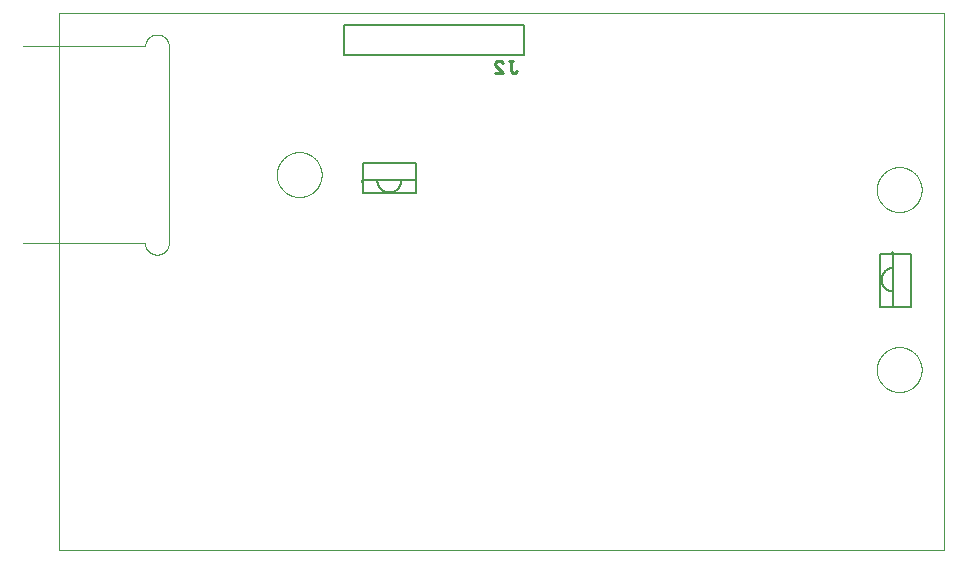
<source format=gbo>
G75*
%MOIN*%
%OFA0B0*%
%FSLAX25Y25*%
%IPPOS*%
%LPD*%
%AMOC8*
5,1,8,0,0,1.08239X$1,22.5*
%
%ADD10C,0.00000*%
%ADD11C,0.00500*%
%ADD12C,0.00100*%
%ADD13C,0.01000*%
D10*
X0013250Y0007846D02*
X0013250Y0186547D01*
X0308171Y0186547D01*
X0308171Y0007846D01*
X0013250Y0007846D01*
X0085775Y0132846D02*
X0085777Y0133029D01*
X0085784Y0133213D01*
X0085795Y0133396D01*
X0085811Y0133579D01*
X0085831Y0133761D01*
X0085856Y0133943D01*
X0085885Y0134124D01*
X0085919Y0134304D01*
X0085957Y0134484D01*
X0085999Y0134662D01*
X0086046Y0134840D01*
X0086097Y0135016D01*
X0086152Y0135191D01*
X0086212Y0135364D01*
X0086276Y0135536D01*
X0086344Y0135707D01*
X0086416Y0135875D01*
X0086493Y0136042D01*
X0086573Y0136207D01*
X0086658Y0136370D01*
X0086746Y0136530D01*
X0086838Y0136689D01*
X0086935Y0136845D01*
X0087035Y0136999D01*
X0087139Y0137150D01*
X0087246Y0137299D01*
X0087357Y0137445D01*
X0087472Y0137588D01*
X0087590Y0137728D01*
X0087711Y0137866D01*
X0087836Y0138000D01*
X0087964Y0138132D01*
X0088096Y0138260D01*
X0088230Y0138385D01*
X0088368Y0138506D01*
X0088508Y0138624D01*
X0088651Y0138739D01*
X0088797Y0138850D01*
X0088946Y0138957D01*
X0089097Y0139061D01*
X0089251Y0139161D01*
X0089407Y0139258D01*
X0089566Y0139350D01*
X0089726Y0139438D01*
X0089889Y0139523D01*
X0090054Y0139603D01*
X0090221Y0139680D01*
X0090389Y0139752D01*
X0090560Y0139820D01*
X0090732Y0139884D01*
X0090905Y0139944D01*
X0091080Y0139999D01*
X0091256Y0140050D01*
X0091434Y0140097D01*
X0091612Y0140139D01*
X0091792Y0140177D01*
X0091972Y0140211D01*
X0092153Y0140240D01*
X0092335Y0140265D01*
X0092517Y0140285D01*
X0092700Y0140301D01*
X0092883Y0140312D01*
X0093067Y0140319D01*
X0093250Y0140321D01*
X0093433Y0140319D01*
X0093617Y0140312D01*
X0093800Y0140301D01*
X0093983Y0140285D01*
X0094165Y0140265D01*
X0094347Y0140240D01*
X0094528Y0140211D01*
X0094708Y0140177D01*
X0094888Y0140139D01*
X0095066Y0140097D01*
X0095244Y0140050D01*
X0095420Y0139999D01*
X0095595Y0139944D01*
X0095768Y0139884D01*
X0095940Y0139820D01*
X0096111Y0139752D01*
X0096279Y0139680D01*
X0096446Y0139603D01*
X0096611Y0139523D01*
X0096774Y0139438D01*
X0096934Y0139350D01*
X0097093Y0139258D01*
X0097249Y0139161D01*
X0097403Y0139061D01*
X0097554Y0138957D01*
X0097703Y0138850D01*
X0097849Y0138739D01*
X0097992Y0138624D01*
X0098132Y0138506D01*
X0098270Y0138385D01*
X0098404Y0138260D01*
X0098536Y0138132D01*
X0098664Y0138000D01*
X0098789Y0137866D01*
X0098910Y0137728D01*
X0099028Y0137588D01*
X0099143Y0137445D01*
X0099254Y0137299D01*
X0099361Y0137150D01*
X0099465Y0136999D01*
X0099565Y0136845D01*
X0099662Y0136689D01*
X0099754Y0136530D01*
X0099842Y0136370D01*
X0099927Y0136207D01*
X0100007Y0136042D01*
X0100084Y0135875D01*
X0100156Y0135707D01*
X0100224Y0135536D01*
X0100288Y0135364D01*
X0100348Y0135191D01*
X0100403Y0135016D01*
X0100454Y0134840D01*
X0100501Y0134662D01*
X0100543Y0134484D01*
X0100581Y0134304D01*
X0100615Y0134124D01*
X0100644Y0133943D01*
X0100669Y0133761D01*
X0100689Y0133579D01*
X0100705Y0133396D01*
X0100716Y0133213D01*
X0100723Y0133029D01*
X0100725Y0132846D01*
X0100723Y0132663D01*
X0100716Y0132479D01*
X0100705Y0132296D01*
X0100689Y0132113D01*
X0100669Y0131931D01*
X0100644Y0131749D01*
X0100615Y0131568D01*
X0100581Y0131388D01*
X0100543Y0131208D01*
X0100501Y0131030D01*
X0100454Y0130852D01*
X0100403Y0130676D01*
X0100348Y0130501D01*
X0100288Y0130328D01*
X0100224Y0130156D01*
X0100156Y0129985D01*
X0100084Y0129817D01*
X0100007Y0129650D01*
X0099927Y0129485D01*
X0099842Y0129322D01*
X0099754Y0129162D01*
X0099662Y0129003D01*
X0099565Y0128847D01*
X0099465Y0128693D01*
X0099361Y0128542D01*
X0099254Y0128393D01*
X0099143Y0128247D01*
X0099028Y0128104D01*
X0098910Y0127964D01*
X0098789Y0127826D01*
X0098664Y0127692D01*
X0098536Y0127560D01*
X0098404Y0127432D01*
X0098270Y0127307D01*
X0098132Y0127186D01*
X0097992Y0127068D01*
X0097849Y0126953D01*
X0097703Y0126842D01*
X0097554Y0126735D01*
X0097403Y0126631D01*
X0097249Y0126531D01*
X0097093Y0126434D01*
X0096934Y0126342D01*
X0096774Y0126254D01*
X0096611Y0126169D01*
X0096446Y0126089D01*
X0096279Y0126012D01*
X0096111Y0125940D01*
X0095940Y0125872D01*
X0095768Y0125808D01*
X0095595Y0125748D01*
X0095420Y0125693D01*
X0095244Y0125642D01*
X0095066Y0125595D01*
X0094888Y0125553D01*
X0094708Y0125515D01*
X0094528Y0125481D01*
X0094347Y0125452D01*
X0094165Y0125427D01*
X0093983Y0125407D01*
X0093800Y0125391D01*
X0093617Y0125380D01*
X0093433Y0125373D01*
X0093250Y0125371D01*
X0093067Y0125373D01*
X0092883Y0125380D01*
X0092700Y0125391D01*
X0092517Y0125407D01*
X0092335Y0125427D01*
X0092153Y0125452D01*
X0091972Y0125481D01*
X0091792Y0125515D01*
X0091612Y0125553D01*
X0091434Y0125595D01*
X0091256Y0125642D01*
X0091080Y0125693D01*
X0090905Y0125748D01*
X0090732Y0125808D01*
X0090560Y0125872D01*
X0090389Y0125940D01*
X0090221Y0126012D01*
X0090054Y0126089D01*
X0089889Y0126169D01*
X0089726Y0126254D01*
X0089566Y0126342D01*
X0089407Y0126434D01*
X0089251Y0126531D01*
X0089097Y0126631D01*
X0088946Y0126735D01*
X0088797Y0126842D01*
X0088651Y0126953D01*
X0088508Y0127068D01*
X0088368Y0127186D01*
X0088230Y0127307D01*
X0088096Y0127432D01*
X0087964Y0127560D01*
X0087836Y0127692D01*
X0087711Y0127826D01*
X0087590Y0127964D01*
X0087472Y0128104D01*
X0087357Y0128247D01*
X0087246Y0128393D01*
X0087139Y0128542D01*
X0087035Y0128693D01*
X0086935Y0128847D01*
X0086838Y0129003D01*
X0086746Y0129162D01*
X0086658Y0129322D01*
X0086573Y0129485D01*
X0086493Y0129650D01*
X0086416Y0129817D01*
X0086344Y0129985D01*
X0086276Y0130156D01*
X0086212Y0130328D01*
X0086152Y0130501D01*
X0086097Y0130676D01*
X0086046Y0130852D01*
X0085999Y0131030D01*
X0085957Y0131208D01*
X0085919Y0131388D01*
X0085885Y0131568D01*
X0085856Y0131749D01*
X0085831Y0131931D01*
X0085811Y0132113D01*
X0085795Y0132296D01*
X0085784Y0132479D01*
X0085777Y0132663D01*
X0085775Y0132846D01*
X0285775Y0127846D02*
X0285777Y0128029D01*
X0285784Y0128213D01*
X0285795Y0128396D01*
X0285811Y0128579D01*
X0285831Y0128761D01*
X0285856Y0128943D01*
X0285885Y0129124D01*
X0285919Y0129304D01*
X0285957Y0129484D01*
X0285999Y0129662D01*
X0286046Y0129840D01*
X0286097Y0130016D01*
X0286152Y0130191D01*
X0286212Y0130364D01*
X0286276Y0130536D01*
X0286344Y0130707D01*
X0286416Y0130875D01*
X0286493Y0131042D01*
X0286573Y0131207D01*
X0286658Y0131370D01*
X0286746Y0131530D01*
X0286838Y0131689D01*
X0286935Y0131845D01*
X0287035Y0131999D01*
X0287139Y0132150D01*
X0287246Y0132299D01*
X0287357Y0132445D01*
X0287472Y0132588D01*
X0287590Y0132728D01*
X0287711Y0132866D01*
X0287836Y0133000D01*
X0287964Y0133132D01*
X0288096Y0133260D01*
X0288230Y0133385D01*
X0288368Y0133506D01*
X0288508Y0133624D01*
X0288651Y0133739D01*
X0288797Y0133850D01*
X0288946Y0133957D01*
X0289097Y0134061D01*
X0289251Y0134161D01*
X0289407Y0134258D01*
X0289566Y0134350D01*
X0289726Y0134438D01*
X0289889Y0134523D01*
X0290054Y0134603D01*
X0290221Y0134680D01*
X0290389Y0134752D01*
X0290560Y0134820D01*
X0290732Y0134884D01*
X0290905Y0134944D01*
X0291080Y0134999D01*
X0291256Y0135050D01*
X0291434Y0135097D01*
X0291612Y0135139D01*
X0291792Y0135177D01*
X0291972Y0135211D01*
X0292153Y0135240D01*
X0292335Y0135265D01*
X0292517Y0135285D01*
X0292700Y0135301D01*
X0292883Y0135312D01*
X0293067Y0135319D01*
X0293250Y0135321D01*
X0293433Y0135319D01*
X0293617Y0135312D01*
X0293800Y0135301D01*
X0293983Y0135285D01*
X0294165Y0135265D01*
X0294347Y0135240D01*
X0294528Y0135211D01*
X0294708Y0135177D01*
X0294888Y0135139D01*
X0295066Y0135097D01*
X0295244Y0135050D01*
X0295420Y0134999D01*
X0295595Y0134944D01*
X0295768Y0134884D01*
X0295940Y0134820D01*
X0296111Y0134752D01*
X0296279Y0134680D01*
X0296446Y0134603D01*
X0296611Y0134523D01*
X0296774Y0134438D01*
X0296934Y0134350D01*
X0297093Y0134258D01*
X0297249Y0134161D01*
X0297403Y0134061D01*
X0297554Y0133957D01*
X0297703Y0133850D01*
X0297849Y0133739D01*
X0297992Y0133624D01*
X0298132Y0133506D01*
X0298270Y0133385D01*
X0298404Y0133260D01*
X0298536Y0133132D01*
X0298664Y0133000D01*
X0298789Y0132866D01*
X0298910Y0132728D01*
X0299028Y0132588D01*
X0299143Y0132445D01*
X0299254Y0132299D01*
X0299361Y0132150D01*
X0299465Y0131999D01*
X0299565Y0131845D01*
X0299662Y0131689D01*
X0299754Y0131530D01*
X0299842Y0131370D01*
X0299927Y0131207D01*
X0300007Y0131042D01*
X0300084Y0130875D01*
X0300156Y0130707D01*
X0300224Y0130536D01*
X0300288Y0130364D01*
X0300348Y0130191D01*
X0300403Y0130016D01*
X0300454Y0129840D01*
X0300501Y0129662D01*
X0300543Y0129484D01*
X0300581Y0129304D01*
X0300615Y0129124D01*
X0300644Y0128943D01*
X0300669Y0128761D01*
X0300689Y0128579D01*
X0300705Y0128396D01*
X0300716Y0128213D01*
X0300723Y0128029D01*
X0300725Y0127846D01*
X0300723Y0127663D01*
X0300716Y0127479D01*
X0300705Y0127296D01*
X0300689Y0127113D01*
X0300669Y0126931D01*
X0300644Y0126749D01*
X0300615Y0126568D01*
X0300581Y0126388D01*
X0300543Y0126208D01*
X0300501Y0126030D01*
X0300454Y0125852D01*
X0300403Y0125676D01*
X0300348Y0125501D01*
X0300288Y0125328D01*
X0300224Y0125156D01*
X0300156Y0124985D01*
X0300084Y0124817D01*
X0300007Y0124650D01*
X0299927Y0124485D01*
X0299842Y0124322D01*
X0299754Y0124162D01*
X0299662Y0124003D01*
X0299565Y0123847D01*
X0299465Y0123693D01*
X0299361Y0123542D01*
X0299254Y0123393D01*
X0299143Y0123247D01*
X0299028Y0123104D01*
X0298910Y0122964D01*
X0298789Y0122826D01*
X0298664Y0122692D01*
X0298536Y0122560D01*
X0298404Y0122432D01*
X0298270Y0122307D01*
X0298132Y0122186D01*
X0297992Y0122068D01*
X0297849Y0121953D01*
X0297703Y0121842D01*
X0297554Y0121735D01*
X0297403Y0121631D01*
X0297249Y0121531D01*
X0297093Y0121434D01*
X0296934Y0121342D01*
X0296774Y0121254D01*
X0296611Y0121169D01*
X0296446Y0121089D01*
X0296279Y0121012D01*
X0296111Y0120940D01*
X0295940Y0120872D01*
X0295768Y0120808D01*
X0295595Y0120748D01*
X0295420Y0120693D01*
X0295244Y0120642D01*
X0295066Y0120595D01*
X0294888Y0120553D01*
X0294708Y0120515D01*
X0294528Y0120481D01*
X0294347Y0120452D01*
X0294165Y0120427D01*
X0293983Y0120407D01*
X0293800Y0120391D01*
X0293617Y0120380D01*
X0293433Y0120373D01*
X0293250Y0120371D01*
X0293067Y0120373D01*
X0292883Y0120380D01*
X0292700Y0120391D01*
X0292517Y0120407D01*
X0292335Y0120427D01*
X0292153Y0120452D01*
X0291972Y0120481D01*
X0291792Y0120515D01*
X0291612Y0120553D01*
X0291434Y0120595D01*
X0291256Y0120642D01*
X0291080Y0120693D01*
X0290905Y0120748D01*
X0290732Y0120808D01*
X0290560Y0120872D01*
X0290389Y0120940D01*
X0290221Y0121012D01*
X0290054Y0121089D01*
X0289889Y0121169D01*
X0289726Y0121254D01*
X0289566Y0121342D01*
X0289407Y0121434D01*
X0289251Y0121531D01*
X0289097Y0121631D01*
X0288946Y0121735D01*
X0288797Y0121842D01*
X0288651Y0121953D01*
X0288508Y0122068D01*
X0288368Y0122186D01*
X0288230Y0122307D01*
X0288096Y0122432D01*
X0287964Y0122560D01*
X0287836Y0122692D01*
X0287711Y0122826D01*
X0287590Y0122964D01*
X0287472Y0123104D01*
X0287357Y0123247D01*
X0287246Y0123393D01*
X0287139Y0123542D01*
X0287035Y0123693D01*
X0286935Y0123847D01*
X0286838Y0124003D01*
X0286746Y0124162D01*
X0286658Y0124322D01*
X0286573Y0124485D01*
X0286493Y0124650D01*
X0286416Y0124817D01*
X0286344Y0124985D01*
X0286276Y0125156D01*
X0286212Y0125328D01*
X0286152Y0125501D01*
X0286097Y0125676D01*
X0286046Y0125852D01*
X0285999Y0126030D01*
X0285957Y0126208D01*
X0285919Y0126388D01*
X0285885Y0126568D01*
X0285856Y0126749D01*
X0285831Y0126931D01*
X0285811Y0127113D01*
X0285795Y0127296D01*
X0285784Y0127479D01*
X0285777Y0127663D01*
X0285775Y0127846D01*
X0285775Y0067846D02*
X0285777Y0068029D01*
X0285784Y0068213D01*
X0285795Y0068396D01*
X0285811Y0068579D01*
X0285831Y0068761D01*
X0285856Y0068943D01*
X0285885Y0069124D01*
X0285919Y0069304D01*
X0285957Y0069484D01*
X0285999Y0069662D01*
X0286046Y0069840D01*
X0286097Y0070016D01*
X0286152Y0070191D01*
X0286212Y0070364D01*
X0286276Y0070536D01*
X0286344Y0070707D01*
X0286416Y0070875D01*
X0286493Y0071042D01*
X0286573Y0071207D01*
X0286658Y0071370D01*
X0286746Y0071530D01*
X0286838Y0071689D01*
X0286935Y0071845D01*
X0287035Y0071999D01*
X0287139Y0072150D01*
X0287246Y0072299D01*
X0287357Y0072445D01*
X0287472Y0072588D01*
X0287590Y0072728D01*
X0287711Y0072866D01*
X0287836Y0073000D01*
X0287964Y0073132D01*
X0288096Y0073260D01*
X0288230Y0073385D01*
X0288368Y0073506D01*
X0288508Y0073624D01*
X0288651Y0073739D01*
X0288797Y0073850D01*
X0288946Y0073957D01*
X0289097Y0074061D01*
X0289251Y0074161D01*
X0289407Y0074258D01*
X0289566Y0074350D01*
X0289726Y0074438D01*
X0289889Y0074523D01*
X0290054Y0074603D01*
X0290221Y0074680D01*
X0290389Y0074752D01*
X0290560Y0074820D01*
X0290732Y0074884D01*
X0290905Y0074944D01*
X0291080Y0074999D01*
X0291256Y0075050D01*
X0291434Y0075097D01*
X0291612Y0075139D01*
X0291792Y0075177D01*
X0291972Y0075211D01*
X0292153Y0075240D01*
X0292335Y0075265D01*
X0292517Y0075285D01*
X0292700Y0075301D01*
X0292883Y0075312D01*
X0293067Y0075319D01*
X0293250Y0075321D01*
X0293433Y0075319D01*
X0293617Y0075312D01*
X0293800Y0075301D01*
X0293983Y0075285D01*
X0294165Y0075265D01*
X0294347Y0075240D01*
X0294528Y0075211D01*
X0294708Y0075177D01*
X0294888Y0075139D01*
X0295066Y0075097D01*
X0295244Y0075050D01*
X0295420Y0074999D01*
X0295595Y0074944D01*
X0295768Y0074884D01*
X0295940Y0074820D01*
X0296111Y0074752D01*
X0296279Y0074680D01*
X0296446Y0074603D01*
X0296611Y0074523D01*
X0296774Y0074438D01*
X0296934Y0074350D01*
X0297093Y0074258D01*
X0297249Y0074161D01*
X0297403Y0074061D01*
X0297554Y0073957D01*
X0297703Y0073850D01*
X0297849Y0073739D01*
X0297992Y0073624D01*
X0298132Y0073506D01*
X0298270Y0073385D01*
X0298404Y0073260D01*
X0298536Y0073132D01*
X0298664Y0073000D01*
X0298789Y0072866D01*
X0298910Y0072728D01*
X0299028Y0072588D01*
X0299143Y0072445D01*
X0299254Y0072299D01*
X0299361Y0072150D01*
X0299465Y0071999D01*
X0299565Y0071845D01*
X0299662Y0071689D01*
X0299754Y0071530D01*
X0299842Y0071370D01*
X0299927Y0071207D01*
X0300007Y0071042D01*
X0300084Y0070875D01*
X0300156Y0070707D01*
X0300224Y0070536D01*
X0300288Y0070364D01*
X0300348Y0070191D01*
X0300403Y0070016D01*
X0300454Y0069840D01*
X0300501Y0069662D01*
X0300543Y0069484D01*
X0300581Y0069304D01*
X0300615Y0069124D01*
X0300644Y0068943D01*
X0300669Y0068761D01*
X0300689Y0068579D01*
X0300705Y0068396D01*
X0300716Y0068213D01*
X0300723Y0068029D01*
X0300725Y0067846D01*
X0300723Y0067663D01*
X0300716Y0067479D01*
X0300705Y0067296D01*
X0300689Y0067113D01*
X0300669Y0066931D01*
X0300644Y0066749D01*
X0300615Y0066568D01*
X0300581Y0066388D01*
X0300543Y0066208D01*
X0300501Y0066030D01*
X0300454Y0065852D01*
X0300403Y0065676D01*
X0300348Y0065501D01*
X0300288Y0065328D01*
X0300224Y0065156D01*
X0300156Y0064985D01*
X0300084Y0064817D01*
X0300007Y0064650D01*
X0299927Y0064485D01*
X0299842Y0064322D01*
X0299754Y0064162D01*
X0299662Y0064003D01*
X0299565Y0063847D01*
X0299465Y0063693D01*
X0299361Y0063542D01*
X0299254Y0063393D01*
X0299143Y0063247D01*
X0299028Y0063104D01*
X0298910Y0062964D01*
X0298789Y0062826D01*
X0298664Y0062692D01*
X0298536Y0062560D01*
X0298404Y0062432D01*
X0298270Y0062307D01*
X0298132Y0062186D01*
X0297992Y0062068D01*
X0297849Y0061953D01*
X0297703Y0061842D01*
X0297554Y0061735D01*
X0297403Y0061631D01*
X0297249Y0061531D01*
X0297093Y0061434D01*
X0296934Y0061342D01*
X0296774Y0061254D01*
X0296611Y0061169D01*
X0296446Y0061089D01*
X0296279Y0061012D01*
X0296111Y0060940D01*
X0295940Y0060872D01*
X0295768Y0060808D01*
X0295595Y0060748D01*
X0295420Y0060693D01*
X0295244Y0060642D01*
X0295066Y0060595D01*
X0294888Y0060553D01*
X0294708Y0060515D01*
X0294528Y0060481D01*
X0294347Y0060452D01*
X0294165Y0060427D01*
X0293983Y0060407D01*
X0293800Y0060391D01*
X0293617Y0060380D01*
X0293433Y0060373D01*
X0293250Y0060371D01*
X0293067Y0060373D01*
X0292883Y0060380D01*
X0292700Y0060391D01*
X0292517Y0060407D01*
X0292335Y0060427D01*
X0292153Y0060452D01*
X0291972Y0060481D01*
X0291792Y0060515D01*
X0291612Y0060553D01*
X0291434Y0060595D01*
X0291256Y0060642D01*
X0291080Y0060693D01*
X0290905Y0060748D01*
X0290732Y0060808D01*
X0290560Y0060872D01*
X0290389Y0060940D01*
X0290221Y0061012D01*
X0290054Y0061089D01*
X0289889Y0061169D01*
X0289726Y0061254D01*
X0289566Y0061342D01*
X0289407Y0061434D01*
X0289251Y0061531D01*
X0289097Y0061631D01*
X0288946Y0061735D01*
X0288797Y0061842D01*
X0288651Y0061953D01*
X0288508Y0062068D01*
X0288368Y0062186D01*
X0288230Y0062307D01*
X0288096Y0062432D01*
X0287964Y0062560D01*
X0287836Y0062692D01*
X0287711Y0062826D01*
X0287590Y0062964D01*
X0287472Y0063104D01*
X0287357Y0063247D01*
X0287246Y0063393D01*
X0287139Y0063542D01*
X0287035Y0063693D01*
X0286935Y0063847D01*
X0286838Y0064003D01*
X0286746Y0064162D01*
X0286658Y0064322D01*
X0286573Y0064485D01*
X0286493Y0064650D01*
X0286416Y0064817D01*
X0286344Y0064985D01*
X0286276Y0065156D01*
X0286212Y0065328D01*
X0286152Y0065501D01*
X0286097Y0065676D01*
X0286046Y0065852D01*
X0285999Y0066030D01*
X0285957Y0066208D01*
X0285919Y0066388D01*
X0285885Y0066568D01*
X0285856Y0066749D01*
X0285831Y0066931D01*
X0285811Y0067113D01*
X0285795Y0067296D01*
X0285784Y0067479D01*
X0285777Y0067663D01*
X0285775Y0067846D01*
D11*
X0286951Y0088791D02*
X0291281Y0088791D01*
X0291281Y0106901D01*
X0290888Y0106901D01*
X0286951Y0106507D02*
X0286951Y0088791D01*
X0291281Y0088791D02*
X0297187Y0088791D01*
X0297187Y0106507D01*
X0286951Y0106507D01*
X0291281Y0101783D02*
X0291157Y0101781D01*
X0291034Y0101775D01*
X0290910Y0101766D01*
X0290788Y0101752D01*
X0290665Y0101735D01*
X0290543Y0101713D01*
X0290422Y0101688D01*
X0290302Y0101659D01*
X0290183Y0101627D01*
X0290064Y0101590D01*
X0289947Y0101550D01*
X0289832Y0101507D01*
X0289717Y0101459D01*
X0289605Y0101408D01*
X0289494Y0101354D01*
X0289384Y0101296D01*
X0289277Y0101235D01*
X0289171Y0101170D01*
X0289068Y0101102D01*
X0288967Y0101031D01*
X0288868Y0100957D01*
X0288771Y0100880D01*
X0288677Y0100799D01*
X0288586Y0100716D01*
X0288497Y0100630D01*
X0288411Y0100541D01*
X0288328Y0100450D01*
X0288247Y0100356D01*
X0288170Y0100259D01*
X0288096Y0100160D01*
X0288025Y0100059D01*
X0287957Y0099956D01*
X0287892Y0099850D01*
X0287831Y0099743D01*
X0287773Y0099633D01*
X0287719Y0099522D01*
X0287668Y0099410D01*
X0287620Y0099295D01*
X0287577Y0099180D01*
X0287537Y0099063D01*
X0287500Y0098944D01*
X0287468Y0098825D01*
X0287439Y0098705D01*
X0287414Y0098584D01*
X0287392Y0098462D01*
X0287375Y0098339D01*
X0287361Y0098217D01*
X0287352Y0098093D01*
X0287346Y0097970D01*
X0287344Y0097846D01*
X0287346Y0097722D01*
X0287352Y0097599D01*
X0287361Y0097475D01*
X0287375Y0097353D01*
X0287392Y0097230D01*
X0287414Y0097108D01*
X0287439Y0096987D01*
X0287468Y0096867D01*
X0287500Y0096748D01*
X0287537Y0096629D01*
X0287577Y0096512D01*
X0287620Y0096397D01*
X0287668Y0096282D01*
X0287719Y0096170D01*
X0287773Y0096059D01*
X0287831Y0095949D01*
X0287892Y0095842D01*
X0287957Y0095736D01*
X0288025Y0095633D01*
X0288096Y0095532D01*
X0288170Y0095433D01*
X0288247Y0095336D01*
X0288328Y0095242D01*
X0288411Y0095151D01*
X0288497Y0095062D01*
X0288586Y0094976D01*
X0288677Y0094893D01*
X0288771Y0094812D01*
X0288868Y0094735D01*
X0288967Y0094661D01*
X0289068Y0094590D01*
X0289171Y0094522D01*
X0289277Y0094457D01*
X0289384Y0094396D01*
X0289494Y0094338D01*
X0289605Y0094284D01*
X0289717Y0094233D01*
X0289832Y0094185D01*
X0289947Y0094142D01*
X0290064Y0094102D01*
X0290183Y0094065D01*
X0290302Y0094033D01*
X0290422Y0094004D01*
X0290543Y0093979D01*
X0290665Y0093957D01*
X0290788Y0093940D01*
X0290910Y0093926D01*
X0291034Y0093917D01*
X0291157Y0093911D01*
X0291281Y0093909D01*
X0168250Y0172846D02*
X0108250Y0172846D01*
X0108250Y0182846D01*
X0168250Y0182846D01*
X0168250Y0172846D01*
X0132305Y0136783D02*
X0114589Y0136783D01*
X0114589Y0126547D01*
X0132305Y0126547D01*
X0132305Y0130877D01*
X0114195Y0130877D01*
X0114195Y0130484D01*
X0119313Y0130877D02*
X0119315Y0130753D01*
X0119321Y0130630D01*
X0119330Y0130506D01*
X0119344Y0130384D01*
X0119361Y0130261D01*
X0119383Y0130139D01*
X0119408Y0130018D01*
X0119437Y0129898D01*
X0119469Y0129779D01*
X0119506Y0129660D01*
X0119546Y0129543D01*
X0119589Y0129428D01*
X0119637Y0129313D01*
X0119688Y0129201D01*
X0119742Y0129090D01*
X0119800Y0128980D01*
X0119861Y0128873D01*
X0119926Y0128767D01*
X0119994Y0128664D01*
X0120065Y0128563D01*
X0120139Y0128464D01*
X0120216Y0128367D01*
X0120297Y0128273D01*
X0120380Y0128182D01*
X0120466Y0128093D01*
X0120555Y0128007D01*
X0120646Y0127924D01*
X0120740Y0127843D01*
X0120837Y0127766D01*
X0120936Y0127692D01*
X0121037Y0127621D01*
X0121140Y0127553D01*
X0121246Y0127488D01*
X0121353Y0127427D01*
X0121463Y0127369D01*
X0121574Y0127315D01*
X0121686Y0127264D01*
X0121801Y0127216D01*
X0121916Y0127173D01*
X0122033Y0127133D01*
X0122152Y0127096D01*
X0122271Y0127064D01*
X0122391Y0127035D01*
X0122512Y0127010D01*
X0122634Y0126988D01*
X0122757Y0126971D01*
X0122879Y0126957D01*
X0123003Y0126948D01*
X0123126Y0126942D01*
X0123250Y0126940D01*
X0123374Y0126942D01*
X0123497Y0126948D01*
X0123621Y0126957D01*
X0123743Y0126971D01*
X0123866Y0126988D01*
X0123988Y0127010D01*
X0124109Y0127035D01*
X0124229Y0127064D01*
X0124348Y0127096D01*
X0124467Y0127133D01*
X0124584Y0127173D01*
X0124699Y0127216D01*
X0124814Y0127264D01*
X0124926Y0127315D01*
X0125037Y0127369D01*
X0125147Y0127427D01*
X0125254Y0127488D01*
X0125360Y0127553D01*
X0125463Y0127621D01*
X0125564Y0127692D01*
X0125663Y0127766D01*
X0125760Y0127843D01*
X0125854Y0127924D01*
X0125945Y0128007D01*
X0126034Y0128093D01*
X0126120Y0128182D01*
X0126203Y0128273D01*
X0126284Y0128367D01*
X0126361Y0128464D01*
X0126435Y0128563D01*
X0126506Y0128664D01*
X0126574Y0128767D01*
X0126639Y0128873D01*
X0126700Y0128980D01*
X0126758Y0129090D01*
X0126812Y0129201D01*
X0126863Y0129313D01*
X0126911Y0129428D01*
X0126954Y0129543D01*
X0126994Y0129660D01*
X0127031Y0129779D01*
X0127063Y0129898D01*
X0127092Y0130018D01*
X0127117Y0130139D01*
X0127139Y0130261D01*
X0127156Y0130384D01*
X0127170Y0130506D01*
X0127179Y0130630D01*
X0127185Y0130753D01*
X0127187Y0130877D01*
X0132305Y0130877D02*
X0132305Y0136783D01*
D12*
X0049785Y0110087D02*
X0049785Y0175611D01*
X0049786Y0175611D02*
X0049784Y0175734D01*
X0049778Y0175858D01*
X0049769Y0175981D01*
X0049755Y0176103D01*
X0049738Y0176225D01*
X0049716Y0176347D01*
X0049691Y0176468D01*
X0049663Y0176588D01*
X0049630Y0176707D01*
X0049594Y0176825D01*
X0049554Y0176942D01*
X0049510Y0177057D01*
X0049463Y0177171D01*
X0049412Y0177283D01*
X0049358Y0177394D01*
X0049300Y0177503D01*
X0049239Y0177611D01*
X0049175Y0177716D01*
X0049107Y0177819D01*
X0049036Y0177920D01*
X0048962Y0178018D01*
X0048885Y0178115D01*
X0048804Y0178209D01*
X0048721Y0178300D01*
X0048636Y0178389D01*
X0048547Y0178474D01*
X0048456Y0178557D01*
X0048362Y0178638D01*
X0048265Y0178715D01*
X0048167Y0178789D01*
X0048066Y0178860D01*
X0047963Y0178928D01*
X0047858Y0178992D01*
X0047750Y0179053D01*
X0047641Y0179111D01*
X0047530Y0179165D01*
X0047418Y0179216D01*
X0047304Y0179263D01*
X0047189Y0179307D01*
X0047072Y0179347D01*
X0046954Y0179383D01*
X0046835Y0179416D01*
X0046715Y0179444D01*
X0046594Y0179469D01*
X0046472Y0179491D01*
X0046350Y0179508D01*
X0046228Y0179522D01*
X0046105Y0179531D01*
X0045981Y0179537D01*
X0045858Y0179539D01*
X0045848Y0179539D01*
X0045849Y0179539D02*
X0045726Y0179538D01*
X0045603Y0179532D01*
X0045480Y0179523D01*
X0045358Y0179511D01*
X0045236Y0179494D01*
X0045114Y0179473D01*
X0044994Y0179449D01*
X0044874Y0179421D01*
X0044755Y0179389D01*
X0044637Y0179353D01*
X0044521Y0179314D01*
X0044405Y0179271D01*
X0044291Y0179225D01*
X0044179Y0179175D01*
X0044068Y0179121D01*
X0043959Y0179064D01*
X0043852Y0179004D01*
X0043747Y0178940D01*
X0043644Y0178873D01*
X0043543Y0178802D01*
X0043444Y0178729D01*
X0043347Y0178653D01*
X0043253Y0178573D01*
X0043162Y0178491D01*
X0043073Y0178406D01*
X0042987Y0178318D01*
X0042904Y0178227D01*
X0042823Y0178134D01*
X0042746Y0178038D01*
X0042672Y0177940D01*
X0042600Y0177840D01*
X0042532Y0177737D01*
X0042468Y0177633D01*
X0042406Y0177526D01*
X0042348Y0177418D01*
X0042293Y0177308D01*
X0042242Y0177196D01*
X0042194Y0177082D01*
X0042150Y0176967D01*
X0042110Y0176851D01*
X0042073Y0176734D01*
X0042040Y0176615D01*
X0042011Y0176496D01*
X0041985Y0176375D01*
X0041963Y0176254D01*
X0041945Y0176132D01*
X0041931Y0176010D01*
X0041921Y0175888D01*
X0041915Y0175765D01*
X0041912Y0175642D01*
X0041911Y0175641D02*
X0001242Y0175641D01*
X0001242Y0110051D02*
X0041819Y0110051D01*
X0041823Y0109927D01*
X0041831Y0109802D01*
X0041842Y0109678D01*
X0041858Y0109555D01*
X0041878Y0109432D01*
X0041901Y0109310D01*
X0041928Y0109188D01*
X0041959Y0109067D01*
X0041994Y0108948D01*
X0042033Y0108830D01*
X0042075Y0108712D01*
X0042121Y0108597D01*
X0042171Y0108482D01*
X0042224Y0108370D01*
X0042280Y0108259D01*
X0042341Y0108150D01*
X0042404Y0108043D01*
X0042471Y0107938D01*
X0042541Y0107835D01*
X0042614Y0107734D01*
X0042691Y0107636D01*
X0042770Y0107540D01*
X0042853Y0107446D01*
X0042938Y0107356D01*
X0043026Y0107268D01*
X0043117Y0107183D01*
X0043210Y0107100D01*
X0043306Y0107021D01*
X0043405Y0106945D01*
X0043506Y0106872D01*
X0043609Y0106802D01*
X0043714Y0106735D01*
X0043821Y0106672D01*
X0043930Y0106612D01*
X0044041Y0106556D01*
X0044154Y0106503D01*
X0044268Y0106453D01*
X0044384Y0106408D01*
X0044501Y0106366D01*
X0044620Y0106327D01*
X0044740Y0106293D01*
X0044860Y0106262D01*
X0044982Y0106235D01*
X0045104Y0106211D01*
X0045227Y0106192D01*
X0045351Y0106177D01*
X0045475Y0106165D01*
X0045599Y0106157D01*
X0045723Y0106153D01*
X0045848Y0106154D01*
X0045848Y0106153D02*
X0045851Y0106153D01*
X0045975Y0106155D01*
X0046098Y0106161D01*
X0046221Y0106170D01*
X0046344Y0106184D01*
X0046466Y0106201D01*
X0046588Y0106223D01*
X0046709Y0106248D01*
X0046829Y0106277D01*
X0046949Y0106309D01*
X0047067Y0106346D01*
X0047184Y0106386D01*
X0047299Y0106429D01*
X0047413Y0106477D01*
X0047526Y0106527D01*
X0047637Y0106582D01*
X0047746Y0106640D01*
X0047854Y0106701D01*
X0047959Y0106765D01*
X0048062Y0106833D01*
X0048163Y0106904D01*
X0048262Y0106979D01*
X0048359Y0107056D01*
X0048453Y0107136D01*
X0048544Y0107219D01*
X0048633Y0107305D01*
X0048719Y0107394D01*
X0048802Y0107485D01*
X0048882Y0107579D01*
X0048959Y0107676D01*
X0049034Y0107775D01*
X0049105Y0107876D01*
X0049173Y0107979D01*
X0049237Y0108084D01*
X0049298Y0108192D01*
X0049356Y0108301D01*
X0049411Y0108412D01*
X0049461Y0108525D01*
X0049509Y0108639D01*
X0049552Y0108754D01*
X0049592Y0108871D01*
X0049629Y0108989D01*
X0049661Y0109109D01*
X0049690Y0109229D01*
X0049715Y0109350D01*
X0049737Y0109472D01*
X0049754Y0109594D01*
X0049768Y0109717D01*
X0049777Y0109840D01*
X0049783Y0109963D01*
X0049785Y0110087D01*
D13*
X0158477Y0166846D02*
X0161146Y0166846D01*
X0158477Y0169515D01*
X0158477Y0170182D01*
X0159144Y0170849D01*
X0160479Y0170849D01*
X0161146Y0170182D01*
X0163081Y0170849D02*
X0164416Y0170849D01*
X0163748Y0170849D02*
X0163748Y0167513D01*
X0164416Y0166846D01*
X0165083Y0166846D01*
X0165750Y0167513D01*
M02*

</source>
